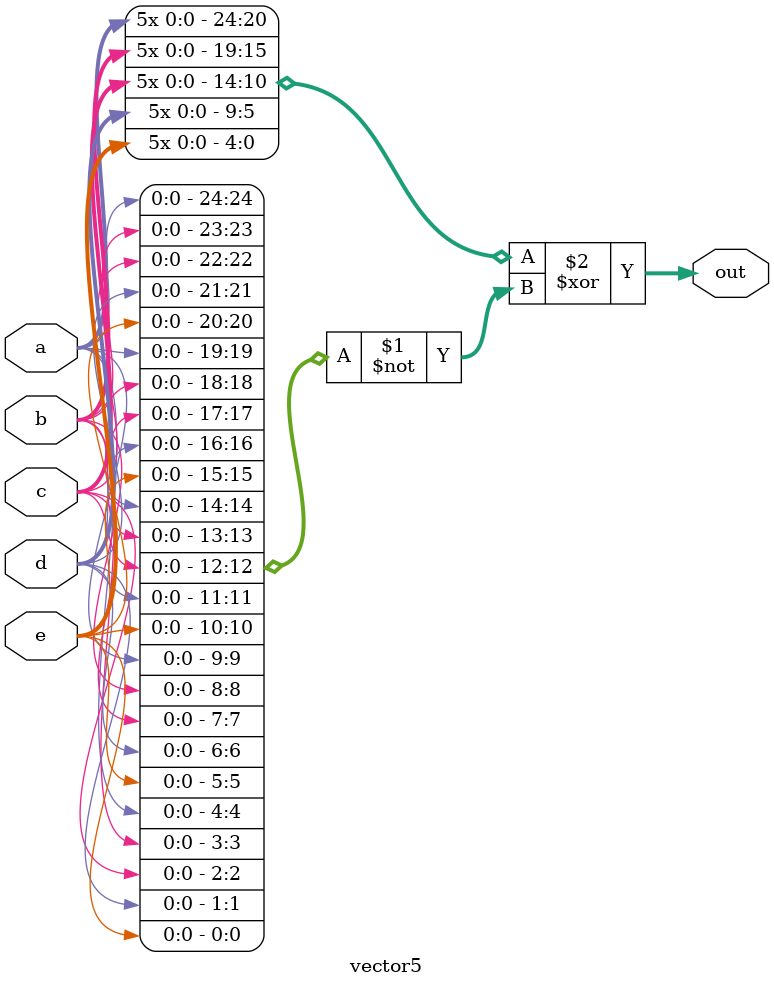
<source format=v>
module vector5(	// file.cleaned.mlir:2:3
  input         a,	// file.cleaned.mlir:2:25
                b,	// file.cleaned.mlir:2:37
                c,	// file.cleaned.mlir:2:49
                d,	// file.cleaned.mlir:2:61
                e,	// file.cleaned.mlir:2:73
  output [24:0] out	// file.cleaned.mlir:2:86
);

  assign out = {{5{a}}, {5{b}}, {5{c}}, {5{d}}, {5{e}}} ^ ~{5{a, b, c, d, e}};	// file.cleaned.mlir:4:10, :5:10, :6:10, :7:10, :8:10, :9:10, :11:10, :12:10, :13:5
endmodule


</source>
